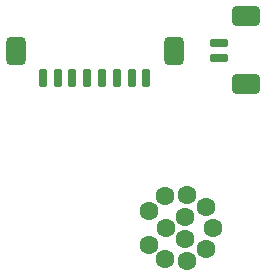
<source format=gbr>
%TF.GenerationSoftware,KiCad,Pcbnew,7.0.6*%
%TF.CreationDate,2024-04-06T15:36:31-04:00*%
%TF.ProjectId,peripheral_io_left_eth,70657269-7068-4657-9261-6c5f696f5f6c,rev?*%
%TF.SameCoordinates,Original*%
%TF.FileFunction,Soldermask,Top*%
%TF.FilePolarity,Negative*%
%FSLAX46Y46*%
G04 Gerber Fmt 4.6, Leading zero omitted, Abs format (unit mm)*
G04 Created by KiCad (PCBNEW 7.0.6) date 2024-04-06 15:36:31*
%MOMM*%
%LPD*%
G01*
G04 APERTURE LIST*
G04 Aperture macros list*
%AMRoundRect*
0 Rectangle with rounded corners*
0 $1 Rounding radius*
0 $2 $3 $4 $5 $6 $7 $8 $9 X,Y pos of 4 corners*
0 Add a 4 corners polygon primitive as box body*
4,1,4,$2,$3,$4,$5,$6,$7,$8,$9,$2,$3,0*
0 Add four circle primitives for the rounded corners*
1,1,$1+$1,$2,$3*
1,1,$1+$1,$4,$5*
1,1,$1+$1,$6,$7*
1,1,$1+$1,$8,$9*
0 Add four rect primitives between the rounded corners*
20,1,$1+$1,$2,$3,$4,$5,0*
20,1,$1+$1,$4,$5,$6,$7,0*
20,1,$1+$1,$6,$7,$8,$9,0*
20,1,$1+$1,$8,$9,$2,$3,0*%
G04 Aperture macros list end*
%ADD10RoundRect,0.425000X-0.775000X0.425000X-0.775000X-0.425000X0.775000X-0.425000X0.775000X0.425000X0*%
%ADD11RoundRect,0.150000X-0.650000X0.150000X-0.650000X-0.150000X0.650000X-0.150000X0.650000X0.150000X0*%
%ADD12C,1.600000*%
%ADD13RoundRect,0.425000X-0.425000X-0.775000X0.425000X-0.775000X0.425000X0.775000X-0.425000X0.775000X0*%
%ADD14RoundRect,0.150000X-0.150000X-0.650000X0.150000X-0.650000X0.150000X0.650000X-0.150000X0.650000X0*%
G04 APERTURE END LIST*
D10*
%TO.C,J2*%
X189259500Y-56979500D03*
X189259500Y-62729500D03*
D11*
X187009500Y-60479500D03*
X187009500Y-59229500D03*
%TD*%
D12*
%TO.C,J1*%
X181031928Y-73449408D03*
X181031969Y-76305476D03*
X182428578Y-77549421D03*
X184294316Y-77681970D03*
X185852930Y-76647803D03*
X186455864Y-74877436D03*
X185852930Y-73107068D03*
X184294316Y-72072902D03*
X182428578Y-72205450D03*
X182455962Y-74877436D03*
X184105959Y-75830063D03*
X184105959Y-73924808D03*
%TD*%
D13*
%TO.C,Input1*%
X169820500Y-59914500D03*
X183170500Y-59914500D03*
D14*
X180820500Y-62164500D03*
X179570500Y-62164500D03*
X178320500Y-62164500D03*
X177070500Y-62164500D03*
X175820500Y-62164500D03*
X174570500Y-62164500D03*
X173320500Y-62164500D03*
X172070500Y-62164500D03*
%TD*%
M02*

</source>
